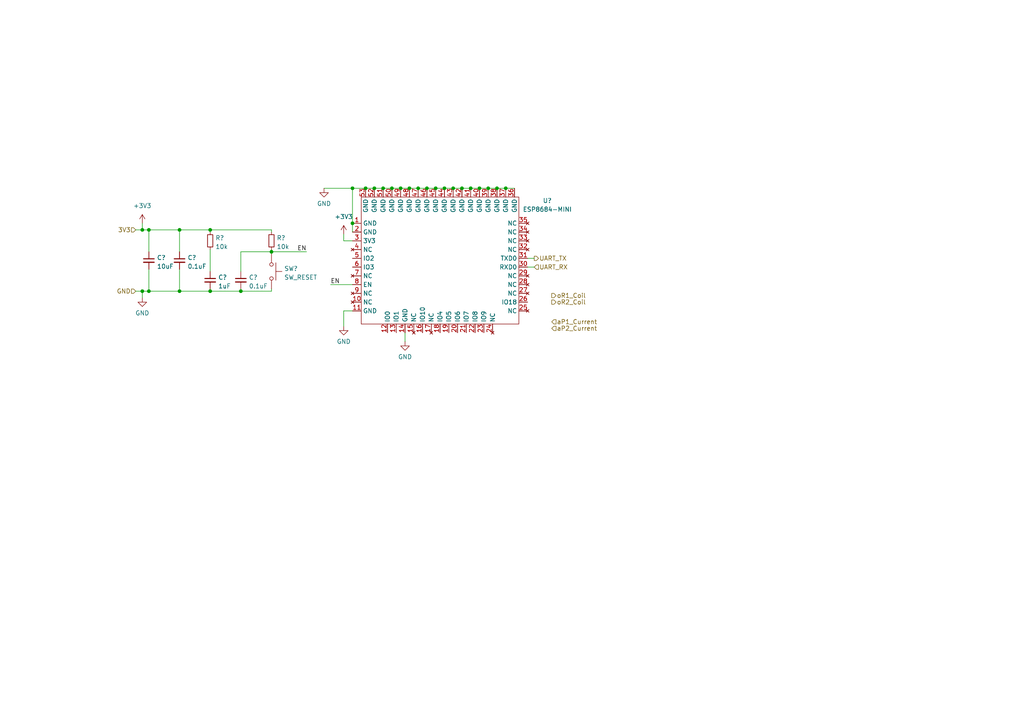
<source format=kicad_sch>
(kicad_sch (version 20211123) (generator eeschema)
  (paper "A4")
  (lib_symbols
    (symbol "Device:C_Small" (pin_numbers hide) (pin_names (offset 0.254) hide)
      (property "Reference" "C" (at 0.254 1.778 0))
      (property "Value" "C_Small" (at 0.254 -2.032 0))
      (symbol "C_Small_0_1"
        (polyline (pts (xy -1.524 -0.508) (xy 1.524 -0.508)) (stroke (width 0.3302)))
        (polyline (pts (xy -1.524 0.508) (xy 1.524 0.508)) (stroke (width 0.3048)))
      )
      (symbol "C_Small_1_1"
        (pin passive line (at 0 2.54 270) (length 2.032) (name "~") (number "1"))
        (pin passive line (at 0 -2.54 90) (length 2.032) (name "~") (number "2"))
      )
    )
    (symbol "Device:R_Small" (pin_numbers hide) (pin_names (offset 0.254) hide)
      (property "Reference" "R" (at 0.762 0.508 0))
      (property "Value" "R_Small" (at 0.762 -1.016 0))
      (symbol "R_Small_0_1"
        (rectangle (start -0.762 1.778) (end 0.762 -1.778) (stroke (width 0.2032)))
      )
      (symbol "R_Small_1_1"
        (pin passive line (at 0 2.54 270) (length 0.762) (name "~") (number "1"))
        (pin passive line (at 0 -2.54 90) (length 0.762) (name "~") (number "2"))
      )
    )
    (symbol "Mummerplug:ESP8684-MINI"
      (property "Reference" "U" (at -20.32 -17.78 0))
      (property "Value" "ESP8684-MINI" (at 24.13 -17.78 0))
      (symbol "ESP8684-MINI_0_1"
        (rectangle (start -22.86 20.32) (end 22.86 -16.51))
      )
      (symbol "ESP8684-MINI_1_1"
        (pin power_in line (at -25.4 12.7 0) (length 2.54) (name "GND") (number "1"))
        (pin no_connect line (at -25.4 -10.16 0) (length 2.54) (name "NC") (number "10"))
        (pin power_in line (at -25.4 -12.7 0) (length 2.54) (name "GND") (number "11"))
        (pin bidirectional line (at -15.24 -19.05 90) (length 2.54) (name "IO0") (number "12"))
        (pin bidirectional line (at -12.7 -19.05 90) (length 2.54) (name "IO1") (number "13"))
        (pin power_in line (at -10.16 -19.05 90) (length 2.54) (name "GND") (number "14"))
        (pin no_connect line (at -7.62 -19.05 90) (length 2.54) (name "NC") (number "15"))
        (pin bidirectional line (at -5.08 -19.05 90) (length 2.54) (name "IO10") (number "16"))
        (pin no_connect line (at -2.54 -19.05 90) (length 2.54) (name "NC") (number "17"))
        (pin bidirectional line (at 0 -19.05 90) (length 2.54) (name "IO4") (number "18"))
        (pin bidirectional line (at 2.54 -19.05 90) (length 2.54) (name "IO5") (number "19"))
        (pin power_in line (at -25.4 10.16 0) (length 2.54) (name "GND") (number "2"))
        (pin bidirectional line (at 5.08 -19.05 90) (length 2.54) (name "IO6") (number "20"))
        (pin bidirectional line (at 7.62 -19.05 90) (length 2.54) (name "IO7") (number "21"))
        (pin bidirectional line (at 10.16 -19.05 90) (length 2.54) (name "IO8") (number "22"))
        (pin bidirectional line (at 12.7 -19.05 90) (length 2.54) (name "IO9") (number "23"))
        (pin no_connect line (at 15.24 -19.05 90) (length 2.54) (name "NC") (number "24"))
        (pin no_connect line (at 25.4 -12.7 180) (length 2.54) (name "NC") (number "25"))
        (pin bidirectional line (at 25.4 -10.16 180) (length 2.54) (name "IO18") (number "26"))
        (pin no_connect line (at 25.4 -7.62 180) (length 2.54) (name "NC") (number "27"))
        (pin no_connect line (at 25.4 -5.08 180) (length 2.54) (name "NC") (number "28"))
        (pin no_connect line (at 25.4 -2.54 180) (length 2.54) (name "NC") (number "29"))
        (pin power_in line (at -25.4 7.62 0) (length 2.54) (name "3V3") (number "3"))
        (pin bidirectional line (at 25.4 0 180) (length 2.54) (name "RXD0") (number "30"))
        (pin bidirectional line (at 25.4 2.54 180) (length 2.54) (name "TXD0") (number "31"))
        (pin no_connect line (at 25.4 5.08 180) (length 2.54) (name "NC") (number "32"))
        (pin no_connect line (at 25.4 7.62 180) (length 2.54) (name "NC") (number "33"))
        (pin no_connect line (at 25.4 10.16 180) (length 2.54) (name "NC") (number "34"))
        (pin no_connect line (at 25.4 12.7 180) (length 2.54) (name "NC") (number "35"))
        (pin power_in line (at 21.59 22.86 270) (length 2.54) (name "GND") (number "36"))
        (pin power_in line (at 19.05 22.86 270) (length 2.54) (name "GND") (number "37"))
        (pin power_in line (at 16.51 22.86 270) (length 2.54) (name "GND") (number "38"))
        (pin power_in line (at 13.97 22.86 270) (length 2.54) (name "GND") (number "39"))
        (pin no_connect line (at -25.4 5.08 0) (length 2.54) (name "NC") (number "4"))
        (pin power_in line (at 11.43 22.86 270) (length 2.54) (name "GND") (number "40"))
        (pin power_in line (at 8.89 22.86 270) (length 2.54) (name "GND") (number "41"))
        (pin power_in line (at 6.35 22.86 270) (length 2.54) (name "GND") (number "42"))
        (pin power_in line (at 3.81 22.86 270) (length 2.54) (name "GND") (number "43"))
        (pin power_in line (at 1.27 22.86 270) (length 2.54) (name "GND") (number "44"))
        (pin power_in line (at -1.27 22.86 270) (length 2.54) (name "GND") (number "45"))
        (pin power_in line (at -3.81 22.86 270) (length 2.54) (name "GND") (number "46"))
        (pin power_in line (at -6.35 22.86 270) (length 2.54) (name "GND") (number "47"))
        (pin power_in line (at -8.89 22.86 270) (length 2.54) (name "GND") (number "48"))
        (pin power_in line (at -11.43 22.86 270) (length 2.54) (name "GND") (number "49"))
        (pin bidirectional line (at -25.4 2.54 0) (length 2.54) (name "IO2") (number "5"))
        (pin power_in line (at -13.97 22.86 270) (length 2.54) (name "GND") (number "50"))
        (pin power_in line (at -16.51 22.86 270) (length 2.54) (name "GND") (number "51"))
        (pin power_in line (at -19.05 22.86 270) (length 2.54) (name "GND") (number "52"))
        (pin power_in line (at -21.59 22.86 270) (length 2.54) (name "GND") (number "53"))
        (pin bidirectional line (at -25.4 0 0) (length 2.54) (name "IO3") (number "6"))
        (pin no_connect line (at -25.4 -2.54 0) (length 2.54) (name "NC") (number "7"))
        (pin bidirectional line (at -25.4 -5.08 0) (length 2.54) (name "EN") (number "8"))
        (pin no_connect line (at -25.4 -7.62 0) (length 2.54) (name "NC") (number "9"))
      )
    )
    (symbol "Switch:SW_Push" (pin_numbers hide) (pin_names (offset 1.016) hide)
      (property "Reference" "SW" (at 1.27 2.54 0))
      (property "Value" "SW_Push" (at 0 -1.524 0))
      (symbol "SW_Push_0_1"
        (circle (center -2.032 0) (radius 0.508))
        (polyline (pts (xy 0 1.27) (xy 0 3.048)))
        (polyline (pts (xy 2.54 1.27) (xy -2.54 1.27)))
        (circle (center 2.032 0) (radius 0.508))
        (pin passive line (at -5.08 0 0) (length 2.54) (name "1") (number "1"))
        (pin passive line (at 5.08 0 180) (length 2.54) (name "2") (number "2"))
      )
    )
    (symbol "power:+3V3" (power) (pin_names (offset 0))
      (property "Value" "+3V3" (at 0 3.556 0))
      (symbol "+3V3_0_1"
        (polyline (pts (xy -0.762 1.27) (xy 0 2.54)))
        (polyline (pts (xy 0 0) (xy 0 2.54)))
        (polyline (pts (xy 0 2.54) (xy 0.762 1.27)))
      )
      (symbol "+3V3_1_1"
        (pin power_in line (at 0 0 90) (length 0) hide (name "+3V3") (number "1"))
      )
    )
    (symbol "power:GND" (power) (pin_names (offset 0))
      (property "Value" "GND" (at 0 -3.81 0))
      (symbol "GND_0_1"
        (polyline (pts (xy 0 0) (xy 0 -1.27) (xy 1.27 -1.27) (xy 0 -2.54) (xy -1.27 -1.27) (xy 0 -1.27)))
      )
      (symbol "GND_1_1"
        (pin power_in line (at 0 0 270) (length 0) hide (name "GND") (number "1"))
      )
    )
  )
  (junction (at 128.905 54.61))
  (junction (at 139.065 54.61))
  (junction (at 60.96 84.455))
  (junction (at 102.235 54.61))
  (junction (at 52.07 66.675))
  (junction (at 108.585 54.61))
  (junction (at 52.07 84.455))
  (junction (at 123.825 54.61))
  (junction (at 144.145 54.61))
  (junction (at 113.665 54.61))
  (junction (at 78.74 73.025))
  (junction (at 131.445 54.61))
  (junction (at 111.125 54.61))
  (junction (at 102.235 64.77))
  (junction (at 43.18 66.675))
  (junction (at 126.365 54.61))
  (junction (at 41.275 84.455))
  (junction (at 41.275 66.675))
  (junction (at 146.685 54.61))
  (junction (at 141.605 54.61))
  (junction (at 118.745 54.61))
  (junction (at 69.85 84.455))
  (junction (at 60.96 66.675))
  (junction (at 116.205 54.61))
  (junction (at 43.18 84.455))
  (junction (at 133.985 54.61))
  (junction (at 121.285 54.61))
  (junction (at 106.045 54.61))
  (junction (at 136.525 54.61))
  (wire (pts (xy 39.37 66.675) (xy 41.275 66.675)))
  (wire (pts (xy 128.905 54.61) (xy 131.445 54.61)))
  (wire (pts (xy 102.235 54.61) (xy 106.045 54.61)))
  (wire (pts (xy 52.07 66.675) (xy 52.07 73.025)))
  (wire (pts (xy 111.125 54.61) (xy 113.665 54.61)))
  (wire (pts (xy 131.445 54.61) (xy 133.985 54.61)))
  (wire (pts (xy 78.74 84.455) (xy 69.85 84.455)))
  (wire (pts (xy 60.96 72.39) (xy 60.96 78.74)))
  (wire (pts (xy 78.74 66.675) (xy 78.74 67.31)))
  (wire (pts (xy 41.275 84.455) (xy 41.275 86.36)))
  (wire (pts (xy 43.18 66.675) (xy 41.275 66.675)))
  (wire (pts (xy 41.275 66.675) (xy 41.275 64.77)))
  (wire (pts (xy 39.37 84.455) (xy 41.275 84.455)))
  (wire (pts (xy 43.18 84.455) (xy 43.18 78.105)))
  (wire (pts (xy 78.74 83.82) (xy 78.74 84.455)))
  (wire (pts (xy 60.96 66.675) (xy 78.74 66.675)))
  (wire (pts (xy 78.74 73.025) (xy 78.74 73.66)))
  (wire (pts (xy 108.585 54.61) (xy 111.125 54.61)))
  (wire (pts (xy 95.885 82.55) (xy 102.235 82.55)))
  (wire (pts (xy 52.07 84.455) (xy 43.18 84.455)))
  (wire (pts (xy 141.605 54.61) (xy 144.145 54.61)))
  (wire (pts (xy 144.145 54.61) (xy 146.685 54.61)))
  (wire (pts (xy 117.475 96.52) (xy 117.475 99.06)))
  (wire (pts (xy 43.18 73.025) (xy 43.18 66.675)))
  (wire (pts (xy 121.285 54.61) (xy 123.825 54.61)))
  (wire (pts (xy 43.18 84.455) (xy 41.275 84.455)))
  (wire (pts (xy 106.045 54.61) (xy 108.585 54.61)))
  (wire (pts (xy 139.065 54.61) (xy 141.605 54.61)))
  (wire (pts (xy 133.985 54.61) (xy 136.525 54.61)))
  (wire (pts (xy 43.18 66.675) (xy 52.07 66.675)))
  (wire (pts (xy 60.96 84.455) (xy 60.96 83.82)))
  (wire (pts (xy 146.685 54.61) (xy 149.225 54.61)))
  (wire (pts (xy 78.74 73.025) (xy 78.74 72.39)))
  (wire (pts (xy 93.98 54.61) (xy 102.235 54.61)))
  (wire (pts (xy 116.205 54.61) (xy 118.745 54.61)))
  (wire (pts (xy 102.235 64.77) (xy 102.235 67.31)))
  (wire (pts (xy 113.665 54.61) (xy 116.205 54.61)))
  (wire (pts (xy 52.07 84.455) (xy 52.07 78.105)))
  (wire (pts (xy 52.07 66.675) (xy 60.96 66.675)))
  (wire (pts (xy 99.695 90.17) (xy 102.235 90.17)))
  (wire (pts (xy 118.745 54.61) (xy 121.285 54.61)))
  (wire (pts (xy 99.695 69.85) (xy 102.235 69.85)))
  (wire (pts (xy 69.85 73.025) (xy 78.74 73.025)))
  (wire (pts (xy 136.525 54.61) (xy 139.065 54.61)))
  (wire (pts (xy 126.365 54.61) (xy 128.905 54.61)))
  (wire (pts (xy 69.85 78.74) (xy 69.85 73.025)))
  (wire (pts (xy 69.85 84.455) (xy 60.96 84.455)))
  (wire (pts (xy 102.235 54.61) (xy 102.235 64.77)))
  (wire (pts (xy 60.96 84.455) (xy 52.07 84.455)))
  (wire (pts (xy 99.695 69.85) (xy 99.695 67.945)))
  (wire (pts (xy 60.96 66.675) (xy 60.96 67.31)))
  (wire (pts (xy 123.825 54.61) (xy 126.365 54.61)))
  (wire (pts (xy 153.035 77.47) (xy 154.94 77.47)))
  (wire (pts (xy 69.85 83.82) (xy 69.85 84.455)))
  (wire (pts (xy 78.74 73.025) (xy 88.9 73.025)))
  (wire (pts (xy 99.695 94.615) (xy 99.695 90.17)))
  (wire (pts (xy 153.035 74.93) (xy 154.94 74.93)))
  (label "EN" (at 88.9 73.025 180))
  (label "EN" (at 95.885 82.55 0))
  (hierarchical_label "oR1_Coil" (shape output) (at 160.02 85.725 0))
  (hierarchical_label "3V3" (shape input) (at 39.37 66.675 180))
  (hierarchical_label "oR2_Coil" (shape output) (at 160.02 87.63 0))
  (hierarchical_label "UART_RX" (shape input) (at 154.94 77.47 0))
  (hierarchical_label "aP2_Current" (shape input) (at 160.02 95.25 0))
  (hierarchical_label "GND" (shape input) (at 39.37 84.455 180))
  (hierarchical_label "UART_TX" (shape output) (at 154.94 74.93 0))
  (hierarchical_label "aP1_Current" (shape input) (at 160.02 93.345 0))
  (symbol (lib_id "Mummerplug:ESP8684-MINI") (at 127.635 77.47 0) (unit 1)
    (property "Reference" "U?" (at 158.75 58.1912 0))
    (property "Value" "ESP8684-MINI" (at 158.75 60.7312 0))
    (property "Footprint" "mummerplug:ESP8684-MINI-1" (effects hide))
    (property "Datasheet" "https://www.mouser.ca/pdfDocs/ESP8684-MINI.pdf" (effects hide))
  )
  (symbol (lib_id "power:+3V3") (at 99.695 67.945 0) (unit 1)
    (property "Reference" "#PWR?" (effects hide))
    (property "Value" "+3V3" (at 99.695 62.865 0))
  )
  (symbol (lib_id "power:GND") (at 41.275 86.36 0) (unit 1)
    (property "Reference" "#PWR?" (effects hide))
    (property "Value" "GND" (at 41.275 90.805 0))
  )
  (symbol (lib_id "Device:C_Small") (at 52.07 75.565 0) (unit 1)
    (property "Reference" "C?" (at 54.3941 74.7366 0) (effects (justify left)))
    (property "Value" "0.1uF" (at 54.3941 77.2735 0) (effects (justify left)))
  )
  (symbol (lib_id "Device:C_Small") (at 43.18 75.565 0) (unit 1)
    (property "Reference" "C?" (at 45.5041 74.7366 0) (effects (justify left)))
    (property "Value" "10uF" (at 45.5041 77.2735 0) (effects (justify left)))
  )
  (symbol (lib_id "power:GND") (at 93.98 54.61 0) (unit 1)
    (property "Reference" "#PWR?" (effects hide))
    (property "Value" "GND" (at 93.98 59.055 0))
  )
  (symbol (lib_id "Device:C_Small") (at 69.85 81.28 0) (unit 1)
    (property "Reference" "C?" (at 72.1741 80.4516 0) (effects (justify left)))
    (property "Value" "0.1uF" (at 72.1741 82.9885 0) (effects (justify left)))
  )
  (symbol (lib_id "Device:R_Small") (at 78.74 69.85 0) (unit 1)
    (property "Reference" "R?" (at 80.2386 69.0153 0) (effects (justify left)))
    (property "Value" "10k" (at 80.2386 71.5522 0) (effects (justify left)))
  )
  (symbol (lib_id "power:GND") (at 99.695 94.615 0) (unit 1)
    (property "Reference" "#PWR?" (effects hide))
    (property "Value" "GND" (at 99.695 99.06 0))
  )
  (symbol (lib_id "Device:R_Small") (at 60.96 69.85 0) (unit 1)
    (property "Reference" "R?" (at 62.4586 69.0153 0) (effects (justify left)))
    (property "Value" "10k" (at 62.4586 71.5522 0) (effects (justify left)))
  )
  (symbol (lib_id "Device:C_Small") (at 60.96 81.28 0) (unit 1)
    (property "Reference" "C?" (at 63.2841 80.4516 0) (effects (justify left)))
    (property "Value" "1uF" (at 63.2841 82.9885 0) (effects (justify left)))
  )
  (symbol (lib_id "power:GND") (at 117.475 99.06 0) (unit 1)
    (property "Reference" "#PWR?" (effects hide))
    (property "Value" "GND" (at 117.475 103.505 0))
  )
  (symbol (lib_id "Switch:SW_Push") (at 78.74 78.74 270) (unit 1)
    (property "Reference" "SW?" (at 82.423 77.9053 90) (effects (justify left)))
    (property "Value" "SW_RESET" (at 82.423 80.4422 90) (effects (justify left)))
  )
  (symbol (lib_id "power:+3V3") (at 41.275 64.77 0) (unit 1)
    (property "Reference" "#PWR?" (effects hide))
    (property "Value" "+3V3" (at 41.275 59.69 0))
  )
)
</source>
